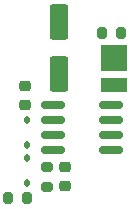
<source format=gtp>
G04 #@! TF.GenerationSoftware,KiCad,Pcbnew,8.0.1*
G04 #@! TF.CreationDate,2024-07-14T02:03:22+08:00*
G04 #@! TF.ProjectId,555Sandbox,35353553-616e-4646-926f-782e6b696361,1.0.0*
G04 #@! TF.SameCoordinates,Original*
G04 #@! TF.FileFunction,Paste,Top*
G04 #@! TF.FilePolarity,Positive*
%FSLAX46Y46*%
G04 Gerber Fmt 4.6, Leading zero omitted, Abs format (unit mm)*
G04 Created by KiCad (PCBNEW 8.0.1) date 2024-07-14 02:03:22*
%MOMM*%
%LPD*%
G01*
G04 APERTURE LIST*
G04 Aperture macros list*
%AMRoundRect*
0 Rectangle with rounded corners*
0 $1 Rounding radius*
0 $2 $3 $4 $5 $6 $7 $8 $9 X,Y pos of 4 corners*
0 Add a 4 corners polygon primitive as box body*
4,1,4,$2,$3,$4,$5,$6,$7,$8,$9,$2,$3,0*
0 Add four circle primitives for the rounded corners*
1,1,$1+$1,$2,$3*
1,1,$1+$1,$4,$5*
1,1,$1+$1,$6,$7*
1,1,$1+$1,$8,$9*
0 Add four rect primitives between the rounded corners*
20,1,$1+$1,$2,$3,$4,$5,0*
20,1,$1+$1,$4,$5,$6,$7,0*
20,1,$1+$1,$6,$7,$8,$9,0*
20,1,$1+$1,$8,$9,$2,$3,0*%
G04 Aperture macros list end*
%ADD10RoundRect,0.200000X0.200000X0.275000X-0.200000X0.275000X-0.200000X-0.275000X0.200000X-0.275000X0*%
%ADD11RoundRect,0.150000X0.825000X0.150000X-0.825000X0.150000X-0.825000X-0.150000X0.825000X-0.150000X0*%
%ADD12R,2.200000X2.200000*%
%ADD13R,2.200000X1.250000*%
%ADD14RoundRect,0.250000X0.550000X-1.250000X0.550000X1.250000X-0.550000X1.250000X-0.550000X-1.250000X0*%
%ADD15RoundRect,0.200000X0.275000X-0.200000X0.275000X0.200000X-0.275000X0.200000X-0.275000X-0.200000X0*%
%ADD16RoundRect,0.225000X0.250000X-0.225000X0.250000X0.225000X-0.250000X0.225000X-0.250000X-0.225000X0*%
%ADD17RoundRect,0.225000X-0.250000X0.225000X-0.250000X-0.225000X0.250000X-0.225000X0.250000X0.225000X0*%
%ADD18RoundRect,0.112500X-0.112500X0.187500X-0.112500X-0.187500X0.112500X-0.187500X0.112500X0.187500X0*%
G04 APERTURE END LIST*
D10*
X95125000Y-75600000D03*
X93475000Y-75600000D03*
D11*
X94300000Y-85470000D03*
X94300000Y-84200000D03*
X94300000Y-82930000D03*
X94300000Y-81660000D03*
X89350000Y-81660000D03*
X89350000Y-82930000D03*
X89350000Y-84200000D03*
X89350000Y-85470000D03*
D12*
X94500000Y-77700000D03*
D13*
X94500000Y-79975000D03*
D14*
X89900000Y-79100000D03*
X89900000Y-74700000D03*
D10*
X87175000Y-89600000D03*
X85525000Y-89600000D03*
D15*
X88875000Y-88600000D03*
X88875000Y-86950000D03*
D16*
X87000000Y-81675000D03*
X87000000Y-80125000D03*
D17*
X90350000Y-86975000D03*
X90350000Y-88525000D03*
D18*
X87150000Y-82950000D03*
X87150000Y-85050000D03*
X87150000Y-86200000D03*
X87150000Y-88300000D03*
M02*

</source>
